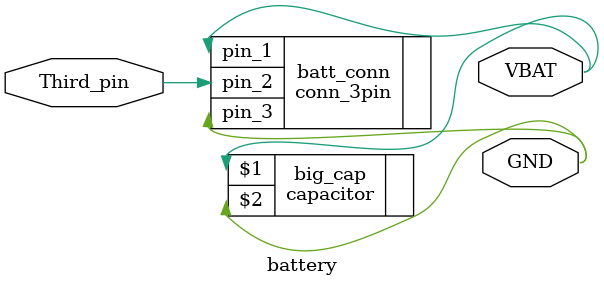
<source format=v>
/* battery or power supply connector */

module battery (VBAT, GND, Third_pin);

output VBAT, GND;
inout Third_pin;

conn_3pin batt_conn (.pin_1(VBAT),
		     .pin_2(Third_pin),
		     .pin_3(GND)
	);

capacitor big_cap (VBAT, GND);

endmodule

</source>
